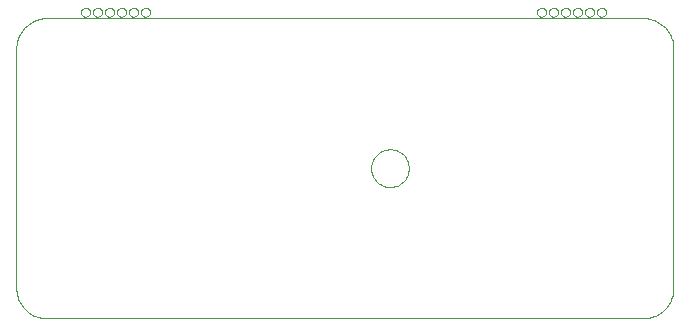
<source format=gko>
G75*
%MOIN*%
%OFA0B0*%
%FSLAX24Y24*%
%IPPOS*%
%LPD*%
%AMOC8*
5,1,8,0,0,1.08239X$1,22.5*
%
%ADD10C,0.0000*%
D10*
X008945Y004015D02*
X008945Y012015D01*
X008947Y012075D01*
X008952Y012136D01*
X008961Y012195D01*
X008974Y012254D01*
X008990Y012313D01*
X009010Y012370D01*
X009033Y012425D01*
X009060Y012480D01*
X009089Y012532D01*
X009122Y012583D01*
X009158Y012632D01*
X009196Y012678D01*
X009238Y012722D01*
X009282Y012764D01*
X009328Y012802D01*
X009377Y012838D01*
X009428Y012871D01*
X009480Y012900D01*
X009535Y012927D01*
X009590Y012950D01*
X009647Y012970D01*
X009706Y012986D01*
X009765Y012999D01*
X009824Y013008D01*
X009885Y013013D01*
X009945Y013015D01*
X029845Y013015D01*
X028295Y013215D02*
X028297Y013239D01*
X028303Y013263D01*
X028312Y013285D01*
X028325Y013305D01*
X028341Y013323D01*
X028360Y013338D01*
X028381Y013351D01*
X028403Y013359D01*
X028427Y013364D01*
X028451Y013365D01*
X028475Y013362D01*
X028498Y013355D01*
X028520Y013345D01*
X028540Y013331D01*
X028557Y013314D01*
X028572Y013295D01*
X028583Y013274D01*
X028591Y013251D01*
X028595Y013227D01*
X028595Y013203D01*
X028591Y013179D01*
X028583Y013156D01*
X028572Y013135D01*
X028557Y013116D01*
X028540Y013099D01*
X028520Y013085D01*
X028498Y013075D01*
X028475Y013068D01*
X028451Y013065D01*
X028427Y013066D01*
X028403Y013071D01*
X028381Y013079D01*
X028360Y013092D01*
X028341Y013107D01*
X028325Y013125D01*
X028312Y013145D01*
X028303Y013167D01*
X028297Y013191D01*
X028295Y013215D01*
X027895Y013215D02*
X027897Y013239D01*
X027903Y013263D01*
X027912Y013285D01*
X027925Y013305D01*
X027941Y013323D01*
X027960Y013338D01*
X027981Y013351D01*
X028003Y013359D01*
X028027Y013364D01*
X028051Y013365D01*
X028075Y013362D01*
X028098Y013355D01*
X028120Y013345D01*
X028140Y013331D01*
X028157Y013314D01*
X028172Y013295D01*
X028183Y013274D01*
X028191Y013251D01*
X028195Y013227D01*
X028195Y013203D01*
X028191Y013179D01*
X028183Y013156D01*
X028172Y013135D01*
X028157Y013116D01*
X028140Y013099D01*
X028120Y013085D01*
X028098Y013075D01*
X028075Y013068D01*
X028051Y013065D01*
X028027Y013066D01*
X028003Y013071D01*
X027981Y013079D01*
X027960Y013092D01*
X027941Y013107D01*
X027925Y013125D01*
X027912Y013145D01*
X027903Y013167D01*
X027897Y013191D01*
X027895Y013215D01*
X027495Y013215D02*
X027497Y013239D01*
X027503Y013263D01*
X027512Y013285D01*
X027525Y013305D01*
X027541Y013323D01*
X027560Y013338D01*
X027581Y013351D01*
X027603Y013359D01*
X027627Y013364D01*
X027651Y013365D01*
X027675Y013362D01*
X027698Y013355D01*
X027720Y013345D01*
X027740Y013331D01*
X027757Y013314D01*
X027772Y013295D01*
X027783Y013274D01*
X027791Y013251D01*
X027795Y013227D01*
X027795Y013203D01*
X027791Y013179D01*
X027783Y013156D01*
X027772Y013135D01*
X027757Y013116D01*
X027740Y013099D01*
X027720Y013085D01*
X027698Y013075D01*
X027675Y013068D01*
X027651Y013065D01*
X027627Y013066D01*
X027603Y013071D01*
X027581Y013079D01*
X027560Y013092D01*
X027541Y013107D01*
X027525Y013125D01*
X027512Y013145D01*
X027503Y013167D01*
X027497Y013191D01*
X027495Y013215D01*
X027095Y013215D02*
X027097Y013239D01*
X027103Y013263D01*
X027112Y013285D01*
X027125Y013305D01*
X027141Y013323D01*
X027160Y013338D01*
X027181Y013351D01*
X027203Y013359D01*
X027227Y013364D01*
X027251Y013365D01*
X027275Y013362D01*
X027298Y013355D01*
X027320Y013345D01*
X027340Y013331D01*
X027357Y013314D01*
X027372Y013295D01*
X027383Y013274D01*
X027391Y013251D01*
X027395Y013227D01*
X027395Y013203D01*
X027391Y013179D01*
X027383Y013156D01*
X027372Y013135D01*
X027357Y013116D01*
X027340Y013099D01*
X027320Y013085D01*
X027298Y013075D01*
X027275Y013068D01*
X027251Y013065D01*
X027227Y013066D01*
X027203Y013071D01*
X027181Y013079D01*
X027160Y013092D01*
X027141Y013107D01*
X027125Y013125D01*
X027112Y013145D01*
X027103Y013167D01*
X027097Y013191D01*
X027095Y013215D01*
X026695Y013215D02*
X026697Y013239D01*
X026703Y013263D01*
X026712Y013285D01*
X026725Y013305D01*
X026741Y013323D01*
X026760Y013338D01*
X026781Y013351D01*
X026803Y013359D01*
X026827Y013364D01*
X026851Y013365D01*
X026875Y013362D01*
X026898Y013355D01*
X026920Y013345D01*
X026940Y013331D01*
X026957Y013314D01*
X026972Y013295D01*
X026983Y013274D01*
X026991Y013251D01*
X026995Y013227D01*
X026995Y013203D01*
X026991Y013179D01*
X026983Y013156D01*
X026972Y013135D01*
X026957Y013116D01*
X026940Y013099D01*
X026920Y013085D01*
X026898Y013075D01*
X026875Y013068D01*
X026851Y013065D01*
X026827Y013066D01*
X026803Y013071D01*
X026781Y013079D01*
X026760Y013092D01*
X026741Y013107D01*
X026725Y013125D01*
X026712Y013145D01*
X026703Y013167D01*
X026697Y013191D01*
X026695Y013215D01*
X026295Y013215D02*
X026297Y013239D01*
X026303Y013263D01*
X026312Y013285D01*
X026325Y013305D01*
X026341Y013323D01*
X026360Y013338D01*
X026381Y013351D01*
X026403Y013359D01*
X026427Y013364D01*
X026451Y013365D01*
X026475Y013362D01*
X026498Y013355D01*
X026520Y013345D01*
X026540Y013331D01*
X026557Y013314D01*
X026572Y013295D01*
X026583Y013274D01*
X026591Y013251D01*
X026595Y013227D01*
X026595Y013203D01*
X026591Y013179D01*
X026583Y013156D01*
X026572Y013135D01*
X026557Y013116D01*
X026540Y013099D01*
X026520Y013085D01*
X026498Y013075D01*
X026475Y013068D01*
X026451Y013065D01*
X026427Y013066D01*
X026403Y013071D01*
X026381Y013079D01*
X026360Y013092D01*
X026341Y013107D01*
X026325Y013125D01*
X026312Y013145D01*
X026303Y013167D01*
X026297Y013191D01*
X026295Y013215D01*
X029845Y013015D02*
X029905Y013013D01*
X029966Y013008D01*
X030025Y012999D01*
X030084Y012986D01*
X030143Y012970D01*
X030200Y012950D01*
X030255Y012927D01*
X030310Y012900D01*
X030362Y012871D01*
X030413Y012838D01*
X030462Y012802D01*
X030508Y012764D01*
X030552Y012722D01*
X030594Y012678D01*
X030632Y012632D01*
X030668Y012583D01*
X030701Y012532D01*
X030730Y012480D01*
X030757Y012425D01*
X030780Y012370D01*
X030800Y012313D01*
X030816Y012254D01*
X030829Y012195D01*
X030838Y012136D01*
X030843Y012075D01*
X030845Y012015D01*
X030845Y004015D01*
X030843Y003955D01*
X030838Y003894D01*
X030829Y003835D01*
X030816Y003776D01*
X030800Y003717D01*
X030780Y003660D01*
X030757Y003605D01*
X030730Y003550D01*
X030701Y003498D01*
X030668Y003447D01*
X030632Y003398D01*
X030594Y003352D01*
X030552Y003308D01*
X030508Y003266D01*
X030462Y003228D01*
X030413Y003192D01*
X030362Y003159D01*
X030310Y003130D01*
X030255Y003103D01*
X030200Y003080D01*
X030143Y003060D01*
X030084Y003044D01*
X030025Y003031D01*
X029966Y003022D01*
X029905Y003017D01*
X029845Y003015D01*
X009945Y003015D01*
X009885Y003017D01*
X009824Y003022D01*
X009765Y003031D01*
X009706Y003044D01*
X009647Y003060D01*
X009590Y003080D01*
X009535Y003103D01*
X009480Y003130D01*
X009428Y003159D01*
X009377Y003192D01*
X009328Y003228D01*
X009282Y003266D01*
X009238Y003308D01*
X009196Y003352D01*
X009158Y003398D01*
X009122Y003447D01*
X009089Y003498D01*
X009060Y003550D01*
X009033Y003605D01*
X009010Y003660D01*
X008990Y003717D01*
X008974Y003776D01*
X008961Y003835D01*
X008952Y003894D01*
X008947Y003955D01*
X008945Y004015D01*
X020765Y008015D02*
X020767Y008065D01*
X020773Y008115D01*
X020783Y008164D01*
X020797Y008212D01*
X020814Y008259D01*
X020835Y008304D01*
X020860Y008348D01*
X020888Y008389D01*
X020920Y008428D01*
X020954Y008465D01*
X020991Y008499D01*
X021031Y008529D01*
X021073Y008556D01*
X021117Y008580D01*
X021163Y008601D01*
X021210Y008617D01*
X021258Y008630D01*
X021308Y008639D01*
X021357Y008644D01*
X021408Y008645D01*
X021458Y008642D01*
X021507Y008635D01*
X021556Y008624D01*
X021604Y008609D01*
X021650Y008591D01*
X021695Y008569D01*
X021738Y008543D01*
X021779Y008514D01*
X021818Y008482D01*
X021854Y008447D01*
X021886Y008409D01*
X021916Y008369D01*
X021943Y008326D01*
X021966Y008282D01*
X021985Y008236D01*
X022001Y008188D01*
X022013Y008139D01*
X022021Y008090D01*
X022025Y008040D01*
X022025Y007990D01*
X022021Y007940D01*
X022013Y007891D01*
X022001Y007842D01*
X021985Y007794D01*
X021966Y007748D01*
X021943Y007704D01*
X021916Y007661D01*
X021886Y007621D01*
X021854Y007583D01*
X021818Y007548D01*
X021779Y007516D01*
X021738Y007487D01*
X021695Y007461D01*
X021650Y007439D01*
X021604Y007421D01*
X021556Y007406D01*
X021507Y007395D01*
X021458Y007388D01*
X021408Y007385D01*
X021357Y007386D01*
X021308Y007391D01*
X021258Y007400D01*
X021210Y007413D01*
X021163Y007429D01*
X021117Y007450D01*
X021073Y007474D01*
X021031Y007501D01*
X020991Y007531D01*
X020954Y007565D01*
X020920Y007602D01*
X020888Y007641D01*
X020860Y007682D01*
X020835Y007726D01*
X020814Y007771D01*
X020797Y007818D01*
X020783Y007866D01*
X020773Y007915D01*
X020767Y007965D01*
X020765Y008015D01*
X013095Y013215D02*
X013097Y013239D01*
X013103Y013263D01*
X013112Y013285D01*
X013125Y013305D01*
X013141Y013323D01*
X013160Y013338D01*
X013181Y013351D01*
X013203Y013359D01*
X013227Y013364D01*
X013251Y013365D01*
X013275Y013362D01*
X013298Y013355D01*
X013320Y013345D01*
X013340Y013331D01*
X013357Y013314D01*
X013372Y013295D01*
X013383Y013274D01*
X013391Y013251D01*
X013395Y013227D01*
X013395Y013203D01*
X013391Y013179D01*
X013383Y013156D01*
X013372Y013135D01*
X013357Y013116D01*
X013340Y013099D01*
X013320Y013085D01*
X013298Y013075D01*
X013275Y013068D01*
X013251Y013065D01*
X013227Y013066D01*
X013203Y013071D01*
X013181Y013079D01*
X013160Y013092D01*
X013141Y013107D01*
X013125Y013125D01*
X013112Y013145D01*
X013103Y013167D01*
X013097Y013191D01*
X013095Y013215D01*
X012695Y013215D02*
X012697Y013239D01*
X012703Y013263D01*
X012712Y013285D01*
X012725Y013305D01*
X012741Y013323D01*
X012760Y013338D01*
X012781Y013351D01*
X012803Y013359D01*
X012827Y013364D01*
X012851Y013365D01*
X012875Y013362D01*
X012898Y013355D01*
X012920Y013345D01*
X012940Y013331D01*
X012957Y013314D01*
X012972Y013295D01*
X012983Y013274D01*
X012991Y013251D01*
X012995Y013227D01*
X012995Y013203D01*
X012991Y013179D01*
X012983Y013156D01*
X012972Y013135D01*
X012957Y013116D01*
X012940Y013099D01*
X012920Y013085D01*
X012898Y013075D01*
X012875Y013068D01*
X012851Y013065D01*
X012827Y013066D01*
X012803Y013071D01*
X012781Y013079D01*
X012760Y013092D01*
X012741Y013107D01*
X012725Y013125D01*
X012712Y013145D01*
X012703Y013167D01*
X012697Y013191D01*
X012695Y013215D01*
X012295Y013215D02*
X012297Y013239D01*
X012303Y013263D01*
X012312Y013285D01*
X012325Y013305D01*
X012341Y013323D01*
X012360Y013338D01*
X012381Y013351D01*
X012403Y013359D01*
X012427Y013364D01*
X012451Y013365D01*
X012475Y013362D01*
X012498Y013355D01*
X012520Y013345D01*
X012540Y013331D01*
X012557Y013314D01*
X012572Y013295D01*
X012583Y013274D01*
X012591Y013251D01*
X012595Y013227D01*
X012595Y013203D01*
X012591Y013179D01*
X012583Y013156D01*
X012572Y013135D01*
X012557Y013116D01*
X012540Y013099D01*
X012520Y013085D01*
X012498Y013075D01*
X012475Y013068D01*
X012451Y013065D01*
X012427Y013066D01*
X012403Y013071D01*
X012381Y013079D01*
X012360Y013092D01*
X012341Y013107D01*
X012325Y013125D01*
X012312Y013145D01*
X012303Y013167D01*
X012297Y013191D01*
X012295Y013215D01*
X011895Y013215D02*
X011897Y013239D01*
X011903Y013263D01*
X011912Y013285D01*
X011925Y013305D01*
X011941Y013323D01*
X011960Y013338D01*
X011981Y013351D01*
X012003Y013359D01*
X012027Y013364D01*
X012051Y013365D01*
X012075Y013362D01*
X012098Y013355D01*
X012120Y013345D01*
X012140Y013331D01*
X012157Y013314D01*
X012172Y013295D01*
X012183Y013274D01*
X012191Y013251D01*
X012195Y013227D01*
X012195Y013203D01*
X012191Y013179D01*
X012183Y013156D01*
X012172Y013135D01*
X012157Y013116D01*
X012140Y013099D01*
X012120Y013085D01*
X012098Y013075D01*
X012075Y013068D01*
X012051Y013065D01*
X012027Y013066D01*
X012003Y013071D01*
X011981Y013079D01*
X011960Y013092D01*
X011941Y013107D01*
X011925Y013125D01*
X011912Y013145D01*
X011903Y013167D01*
X011897Y013191D01*
X011895Y013215D01*
X011495Y013215D02*
X011497Y013239D01*
X011503Y013263D01*
X011512Y013285D01*
X011525Y013305D01*
X011541Y013323D01*
X011560Y013338D01*
X011581Y013351D01*
X011603Y013359D01*
X011627Y013364D01*
X011651Y013365D01*
X011675Y013362D01*
X011698Y013355D01*
X011720Y013345D01*
X011740Y013331D01*
X011757Y013314D01*
X011772Y013295D01*
X011783Y013274D01*
X011791Y013251D01*
X011795Y013227D01*
X011795Y013203D01*
X011791Y013179D01*
X011783Y013156D01*
X011772Y013135D01*
X011757Y013116D01*
X011740Y013099D01*
X011720Y013085D01*
X011698Y013075D01*
X011675Y013068D01*
X011651Y013065D01*
X011627Y013066D01*
X011603Y013071D01*
X011581Y013079D01*
X011560Y013092D01*
X011541Y013107D01*
X011525Y013125D01*
X011512Y013145D01*
X011503Y013167D01*
X011497Y013191D01*
X011495Y013215D01*
X011095Y013215D02*
X011097Y013239D01*
X011103Y013263D01*
X011112Y013285D01*
X011125Y013305D01*
X011141Y013323D01*
X011160Y013338D01*
X011181Y013351D01*
X011203Y013359D01*
X011227Y013364D01*
X011251Y013365D01*
X011275Y013362D01*
X011298Y013355D01*
X011320Y013345D01*
X011340Y013331D01*
X011357Y013314D01*
X011372Y013295D01*
X011383Y013274D01*
X011391Y013251D01*
X011395Y013227D01*
X011395Y013203D01*
X011391Y013179D01*
X011383Y013156D01*
X011372Y013135D01*
X011357Y013116D01*
X011340Y013099D01*
X011320Y013085D01*
X011298Y013075D01*
X011275Y013068D01*
X011251Y013065D01*
X011227Y013066D01*
X011203Y013071D01*
X011181Y013079D01*
X011160Y013092D01*
X011141Y013107D01*
X011125Y013125D01*
X011112Y013145D01*
X011103Y013167D01*
X011097Y013191D01*
X011095Y013215D01*
M02*

</source>
